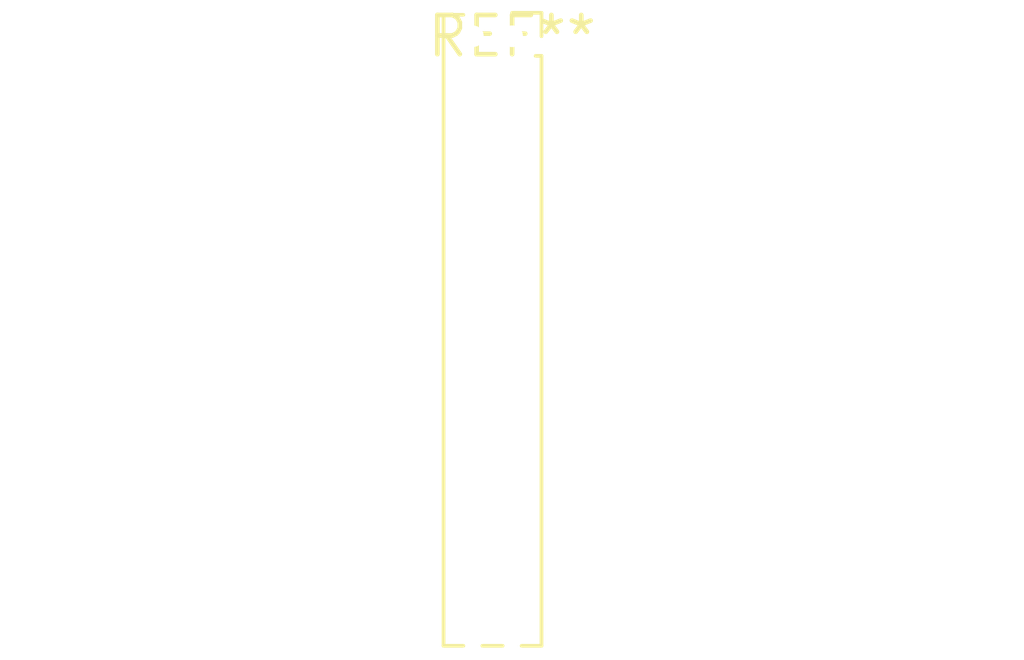
<source format=kicad_pcb>
(kicad_pcb (version 20240108) (generator pcbnew)
  (layers (0 "F.Cu" signal) (31 "B.Cu" signal) (34 "B.Paste" user) (35 "F.Paste" user) (36 "B.SilkS" user "B.Silkscreen") (37 "F.SilkS" user "F.Silkscreen") (38 "B.Mask" user) (39 "F.Mask" user) (44 "Edge.Cuts" user))
  (net 0 "")
  (footprint "PinSocket_2x16_P1.27mm_Vertical" (layer "F.Cu") (at 0 0)
    (property "Reference" "REF**")
    (property "Value" "PinSocket_2x16_P1.27mm_Vertical")
    (fp_line (start -2.22 -0.695) (end -2.22 19.745) (layer "F.SilkS") (stroke (width 0.12)))
    (fp_line (start -2.22 -0.695) (end -1.57753 -0.695) (layer "F.SilkS") (stroke (width 0.12)))
    (fp_line (start -2.22 19.745) (end -1.57753 19.745) (layer "F.SilkS") (stroke (width 0.12)))
    (fp_line (start -0.96247 -0.695) (end -0.76 -0.695) (layer "F.SilkS") (stroke (width 0.12)))
    (fp_line (start -0.96247 19.745) (end -0.30753 19.745) (layer "F.SilkS") (stroke (width 0.12)))
    (fp_line (start 0 -0.76) (end 0.95 -0.76) (layer "F.SilkS") (stroke (width 0.12)))
    (fp_line (start 0.30753 19.745) (end 0.95 19.745) (layer "F.SilkS") (stroke (width 0.12)))
    (fp_line (start 0.76 0.635) (end 0.95 0.635) (layer "F.SilkS") (stroke (width 0.12)))
    (fp_line (start 0.95 -0.76) (end 0.95 0) (layer "F.SilkS") (stroke (width 0.12)))
    (fp_line (start 0.95 0.635) (end 0.95 19.745) (layer "F.SilkS") (stroke (width 0.12)))
    (pad "1" thru_hole rect (at 0 0) (size 1 1) (drill 0.7) (layers *.Cu *.Mask) (remove_unused_layers))
    (pad "2" thru_hole oval (at -1.27 0) (size 1 1) (drill 0.7) (layers *.Cu *.Mask) (remove_unused_layers))
    (pad "3" thru_hole oval (at 0 1.27) (size 1 1) (drill 0.7) (layers *.Cu *.Mask) (remove_unused_layers))
    (pad "4" thru_hole oval (at -1.27 1.27) (size 1 1) (drill 0.7) (layers *.Cu *.Mask) (remove_unused_layers))
    (pad "5" thru_hole oval (at 0 2.54) (size 1 1) (drill 0.7) (layers *.Cu *.Mask) (remove_unused_layers))
    (pad "6" thru_hole oval (at -1.27 2.54) (size 1 1) (drill 0.7) (layers *.Cu *.Mask) (remove_unused_layers))
    (pad "7" thru_hole oval (at 0 3.81) (size 1 1) (drill 0.7) (layers *.Cu *.Mask) (remove_unused_layers))
    (pad "8" thru_hole oval (at -1.27 3.81) (size 1 1) (drill 0.7) (layers *.Cu *.Mask) (remove_unused_layers))
    (pad "9" thru_hole oval (at 0 5.08) (size 1 1) (drill 0.7) (layers *.Cu *.Mask) (remove_unused_layers))
    (pad "10" thru_hole oval (at -1.27 5.08) (size 1 1) (drill 0.7) (layers *.Cu *.Mask) (remove_unused_layers))
    (pad "11" thru_hole oval (at 0 6.35) (size 1 1) (drill 0.7) (layers *.Cu *.Mask) (remove_unused_layers))
    (pad "12" thru_hole oval (at -1.27 6.35) (size 1 1) (drill 0.7) (layers *.Cu *.Mask) (remove_unused_layers))
    (pad "13" thru_hole oval (at 0 7.62) (size 1 1) (drill 0.7) (layers *.Cu *.Mask) (remove_unused_layers))
    (pad "14" thru_hole oval (at -1.27 7.62) (size 1 1) (drill 0.7) (layers *.Cu *.Mask) (remove_unused_layers))
    (pad "15" thru_hole oval (at 0 8.89) (size 1 1) (drill 0.7) (layers *.Cu *.Mask) (remove_unused_layers))
    (pad "16" thru_hole oval (at -1.27 8.89) (size 1 1) (drill 0.7) (layers *.Cu *.Mask) (remove_unused_layers))
    (pad "17" thru_hole oval (at 0 10.16) (size 1 1) (drill 0.7) (layers *.Cu *.Mask) (remove_unused_layers))
    (pad "18" thru_hole oval (at -1.27 10.16) (size 1 1) (drill 0.7) (layers *.Cu *.Mask) (remove_unused_layers))
    (pad "19" thru_hole oval (at 0 11.43) (size 1 1) (drill 0.7) (layers *.Cu *.Mask) (remove_unused_layers))
    (pad "20" thru_hole oval (at -1.27 11.43) (size 1 1) (drill 0.7) (layers *.Cu *.Mask) (remove_unused_layers))
    (pad "21" thru_hole oval (at 0 12.7) (size 1 1) (drill 0.7) (layers *.Cu *.Mask) (remove_unused_layers))
    (pad "22" thru_hole oval (at -1.27 12.7) (size 1 1) (drill 0.7) (layers *.Cu *.Mask) (remove_unused_layers))
    (pad "23" thru_hole oval (at 0 13.97) (size 1 1) (drill 0.7) (layers *.Cu *.Mask) (remove_unused_layers))
    (pad "24" thru_hole oval (at -1.27 13.97) (size 1 1) (drill 0.7) (layers *.Cu *.Mask) (remove_unused_layers))
    (pad "25" thru_hole oval (at 0 15.24) (size 1 1) (drill 0.7) (layers *.Cu *.Mask) (remove_unused_layers))
    (pad "26" thru_hole oval (at -1.27 15.24) (size 1 1) (drill 0.7) (layers *.Cu *.Mask) (remove_unused_layers))
    (pad "27" thru_hole oval (at 0 16.51) (size 1 1) (drill 0.7) (layers *.Cu *.Mask) (remove_unused_layers))
    (pad "28" thru_hole oval (at -1.27 16.51) (size 1 1) (drill 0.7) (layers *.Cu *.Mask) (remove_unused_layers))
    (pad "29" thru_hole oval (at 0 17.78) (size 1 1) (drill 0.7) (layers *.Cu *.Mask) (remove_unused_layers))
    (pad "30" thru_hole oval (at -1.27 17.78) (size 1 1) (drill 0.7) (layers *.Cu *.Mask) (remove_unused_layers))
    (pad "31" thru_hole oval (at 0 19.05) (size 1 1) (drill 0.7) (layers *.Cu *.Mask) (remove_unused_layers))
    (pad "32" thru_hole oval (at -1.27 19.05) (size 1 1) (drill 0.7) (layers *.Cu *.Mask) (remove_unused_layers))
  )
)
</source>
